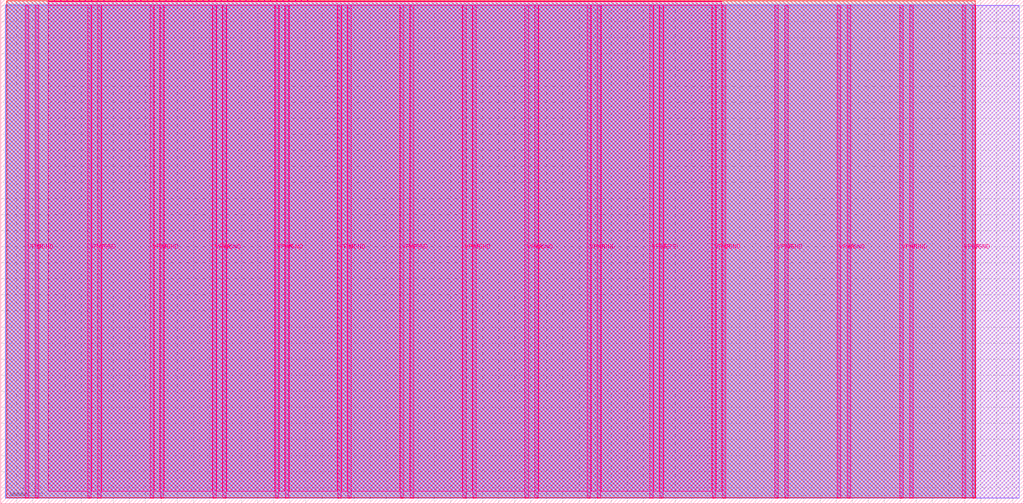
<source format=lef>
VERSION 5.7 ;
  NOWIREEXTENSIONATPIN ON ;
  DIVIDERCHAR "/" ;
  BUSBITCHARS "[]" ;
MACRO tt_um_schoeberl_wildcat
  CLASS BLOCK ;
  FOREIGN tt_um_schoeberl_wildcat ;
  ORIGIN 0.000 0.000 ;
  SIZE 636.960 BY 313.740 ;
  PIN VGND
    DIRECTION INOUT ;
    USE GROUND ;
    PORT
      LAYER Metal5 ;
        RECT 21.580 3.560 23.780 310.180 ;
    END
    PORT
      LAYER Metal5 ;
        RECT 60.450 3.560 62.650 310.180 ;
    END
    PORT
      LAYER Metal5 ;
        RECT 99.320 3.560 101.520 310.180 ;
    END
    PORT
      LAYER Metal5 ;
        RECT 138.190 3.560 140.390 310.180 ;
    END
    PORT
      LAYER Metal5 ;
        RECT 177.060 3.560 179.260 310.180 ;
    END
    PORT
      LAYER Metal5 ;
        RECT 215.930 3.560 218.130 310.180 ;
    END
    PORT
      LAYER Metal5 ;
        RECT 254.800 3.560 257.000 310.180 ;
    END
    PORT
      LAYER Metal5 ;
        RECT 293.670 3.560 295.870 310.180 ;
    END
    PORT
      LAYER Metal5 ;
        RECT 332.540 3.560 334.740 310.180 ;
    END
    PORT
      LAYER Metal5 ;
        RECT 371.410 3.560 373.610 310.180 ;
    END
    PORT
      LAYER Metal5 ;
        RECT 410.280 3.560 412.480 310.180 ;
    END
    PORT
      LAYER Metal5 ;
        RECT 449.150 3.560 451.350 310.180 ;
    END
    PORT
      LAYER Metal5 ;
        RECT 488.020 3.560 490.220 310.180 ;
    END
    PORT
      LAYER Metal5 ;
        RECT 526.890 3.560 529.090 310.180 ;
    END
    PORT
      LAYER Metal5 ;
        RECT 565.760 3.560 567.960 310.180 ;
    END
    PORT
      LAYER Metal5 ;
        RECT 604.630 3.560 606.830 310.180 ;
    END
  END VGND
  PIN VPWR
    DIRECTION INOUT ;
    USE POWER ;
    PORT
      LAYER Metal5 ;
        RECT 15.380 3.560 17.580 310.180 ;
    END
    PORT
      LAYER Metal5 ;
        RECT 54.250 3.560 56.450 310.180 ;
    END
    PORT
      LAYER Metal5 ;
        RECT 93.120 3.560 95.320 310.180 ;
    END
    PORT
      LAYER Metal5 ;
        RECT 131.990 3.560 134.190 310.180 ;
    END
    PORT
      LAYER Metal5 ;
        RECT 170.860 3.560 173.060 310.180 ;
    END
    PORT
      LAYER Metal5 ;
        RECT 209.730 3.560 211.930 310.180 ;
    END
    PORT
      LAYER Metal5 ;
        RECT 248.600 3.560 250.800 310.180 ;
    END
    PORT
      LAYER Metal5 ;
        RECT 287.470 3.560 289.670 310.180 ;
    END
    PORT
      LAYER Metal5 ;
        RECT 326.340 3.560 328.540 310.180 ;
    END
    PORT
      LAYER Metal5 ;
        RECT 365.210 3.560 367.410 310.180 ;
    END
    PORT
      LAYER Metal5 ;
        RECT 404.080 3.560 406.280 310.180 ;
    END
    PORT
      LAYER Metal5 ;
        RECT 442.950 3.560 445.150 310.180 ;
    END
    PORT
      LAYER Metal5 ;
        RECT 481.820 3.560 484.020 310.180 ;
    END
    PORT
      LAYER Metal5 ;
        RECT 520.690 3.560 522.890 310.180 ;
    END
    PORT
      LAYER Metal5 ;
        RECT 559.560 3.560 561.760 310.180 ;
    END
    PORT
      LAYER Metal5 ;
        RECT 598.430 3.560 600.630 310.180 ;
    END
  END VPWR
  PIN clk
    DIRECTION INPUT ;
    USE SIGNAL ;
    ANTENNAGATEAREA 3.255200 ;
    ANTENNADIFFAREA 10.077000 ;
    PORT
      LAYER Metal5 ;
        RECT 187.050 312.740 187.350 313.740 ;
    END
  END clk
  PIN ena
    DIRECTION INPUT ;
    USE SIGNAL ;
    PORT
      LAYER Metal5 ;
        RECT 190.890 312.740 191.190 313.740 ;
    END
  END ena
  PIN rst_n
    DIRECTION INPUT ;
    USE SIGNAL ;
    ANTENNAGATEAREA 3.863600 ;
    ANTENNADIFFAREA 12.092400 ;
    PORT
      LAYER Metal5 ;
        RECT 183.210 312.740 183.510 313.740 ;
    END
  END rst_n
  PIN ui_in[0]
    DIRECTION INPUT ;
    USE SIGNAL ;
    ANTENNAGATEAREA 0.180700 ;
    PORT
      LAYER Metal5 ;
        RECT 179.370 312.740 179.670 313.740 ;
    END
  END ui_in[0]
  PIN ui_in[1]
    DIRECTION INPUT ;
    USE SIGNAL ;
    ANTENNAGATEAREA 0.180700 ;
    PORT
      LAYER Metal5 ;
        RECT 175.530 312.740 175.830 313.740 ;
    END
  END ui_in[1]
  PIN ui_in[2]
    DIRECTION INPUT ;
    USE SIGNAL ;
    PORT
      LAYER Metal5 ;
        RECT 171.690 312.740 171.990 313.740 ;
    END
  END ui_in[2]
  PIN ui_in[3]
    DIRECTION INPUT ;
    USE SIGNAL ;
    PORT
      LAYER Metal5 ;
        RECT 167.850 312.740 168.150 313.740 ;
    END
  END ui_in[3]
  PIN ui_in[4]
    DIRECTION INPUT ;
    USE SIGNAL ;
    PORT
      LAYER Metal5 ;
        RECT 164.010 312.740 164.310 313.740 ;
    END
  END ui_in[4]
  PIN ui_in[5]
    DIRECTION INPUT ;
    USE SIGNAL ;
    PORT
      LAYER Metal5 ;
        RECT 160.170 312.740 160.470 313.740 ;
    END
  END ui_in[5]
  PIN ui_in[6]
    DIRECTION INPUT ;
    USE SIGNAL ;
    PORT
      LAYER Metal5 ;
        RECT 156.330 312.740 156.630 313.740 ;
    END
  END ui_in[6]
  PIN ui_in[7]
    DIRECTION INPUT ;
    USE SIGNAL ;
    PORT
      LAYER Metal5 ;
        RECT 152.490 312.740 152.790 313.740 ;
    END
  END ui_in[7]
  PIN uio_in[0]
    DIRECTION INPUT ;
    USE SIGNAL ;
    PORT
      LAYER Metal5 ;
        RECT 148.650 312.740 148.950 313.740 ;
    END
  END uio_in[0]
  PIN uio_in[1]
    DIRECTION INPUT ;
    USE SIGNAL ;
    PORT
      LAYER Metal5 ;
        RECT 144.810 312.740 145.110 313.740 ;
    END
  END uio_in[1]
  PIN uio_in[2]
    DIRECTION INPUT ;
    USE SIGNAL ;
    PORT
      LAYER Metal5 ;
        RECT 140.970 312.740 141.270 313.740 ;
    END
  END uio_in[2]
  PIN uio_in[3]
    DIRECTION INPUT ;
    USE SIGNAL ;
    PORT
      LAYER Metal5 ;
        RECT 137.130 312.740 137.430 313.740 ;
    END
  END uio_in[3]
  PIN uio_in[4]
    DIRECTION INPUT ;
    USE SIGNAL ;
    PORT
      LAYER Metal5 ;
        RECT 133.290 312.740 133.590 313.740 ;
    END
  END uio_in[4]
  PIN uio_in[5]
    DIRECTION INPUT ;
    USE SIGNAL ;
    PORT
      LAYER Metal5 ;
        RECT 129.450 312.740 129.750 313.740 ;
    END
  END uio_in[5]
  PIN uio_in[6]
    DIRECTION INPUT ;
    USE SIGNAL ;
    PORT
      LAYER Metal5 ;
        RECT 125.610 312.740 125.910 313.740 ;
    END
  END uio_in[6]
  PIN uio_in[7]
    DIRECTION INPUT ;
    USE SIGNAL ;
    PORT
      LAYER Metal5 ;
        RECT 121.770 312.740 122.070 313.740 ;
    END
  END uio_in[7]
  PIN uio_oe[0]
    DIRECTION OUTPUT ;
    USE SIGNAL ;
    ANTENNADIFFAREA 0.299200 ;
    PORT
      LAYER Metal5 ;
        RECT 56.490 312.740 56.790 313.740 ;
    END
  END uio_oe[0]
  PIN uio_oe[1]
    DIRECTION OUTPUT ;
    USE SIGNAL ;
    ANTENNADIFFAREA 0.299200 ;
    PORT
      LAYER Metal5 ;
        RECT 52.650 312.740 52.950 313.740 ;
    END
  END uio_oe[1]
  PIN uio_oe[2]
    DIRECTION OUTPUT ;
    USE SIGNAL ;
    ANTENNADIFFAREA 0.299200 ;
    PORT
      LAYER Metal5 ;
        RECT 48.810 312.740 49.110 313.740 ;
    END
  END uio_oe[2]
  PIN uio_oe[3]
    DIRECTION OUTPUT ;
    USE SIGNAL ;
    ANTENNADIFFAREA 0.299200 ;
    PORT
      LAYER Metal5 ;
        RECT 44.970 312.740 45.270 313.740 ;
    END
  END uio_oe[3]
  PIN uio_oe[4]
    DIRECTION OUTPUT ;
    USE SIGNAL ;
    ANTENNADIFFAREA 0.299200 ;
    PORT
      LAYER Metal5 ;
        RECT 41.130 312.740 41.430 313.740 ;
    END
  END uio_oe[4]
  PIN uio_oe[5]
    DIRECTION OUTPUT ;
    USE SIGNAL ;
    ANTENNADIFFAREA 0.299200 ;
    PORT
      LAYER Metal5 ;
        RECT 37.290 312.740 37.590 313.740 ;
    END
  END uio_oe[5]
  PIN uio_oe[6]
    DIRECTION OUTPUT ;
    USE SIGNAL ;
    ANTENNADIFFAREA 0.299200 ;
    PORT
      LAYER Metal5 ;
        RECT 33.450 312.740 33.750 313.740 ;
    END
  END uio_oe[6]
  PIN uio_oe[7]
    DIRECTION OUTPUT ;
    USE SIGNAL ;
    ANTENNADIFFAREA 0.299200 ;
    PORT
      LAYER Metal5 ;
        RECT 29.610 312.740 29.910 313.740 ;
    END
  END uio_oe[7]
  PIN uio_out[0]
    DIRECTION OUTPUT ;
    USE SIGNAL ;
    ANTENNADIFFAREA 0.299200 ;
    PORT
      LAYER Metal5 ;
        RECT 87.210 312.740 87.510 313.740 ;
    END
  END uio_out[0]
  PIN uio_out[1]
    DIRECTION OUTPUT ;
    USE SIGNAL ;
    ANTENNADIFFAREA 0.299200 ;
    PORT
      LAYER Metal5 ;
        RECT 83.370 312.740 83.670 313.740 ;
    END
  END uio_out[1]
  PIN uio_out[2]
    DIRECTION OUTPUT ;
    USE SIGNAL ;
    ANTENNADIFFAREA 0.299200 ;
    PORT
      LAYER Metal5 ;
        RECT 79.530 312.740 79.830 313.740 ;
    END
  END uio_out[2]
  PIN uio_out[3]
    DIRECTION OUTPUT ;
    USE SIGNAL ;
    ANTENNADIFFAREA 0.299200 ;
    PORT
      LAYER Metal5 ;
        RECT 75.690 312.740 75.990 313.740 ;
    END
  END uio_out[3]
  PIN uio_out[4]
    DIRECTION OUTPUT ;
    USE SIGNAL ;
    ANTENNADIFFAREA 0.299200 ;
    PORT
      LAYER Metal5 ;
        RECT 71.850 312.740 72.150 313.740 ;
    END
  END uio_out[4]
  PIN uio_out[5]
    DIRECTION OUTPUT ;
    USE SIGNAL ;
    ANTENNADIFFAREA 0.299200 ;
    PORT
      LAYER Metal5 ;
        RECT 68.010 312.740 68.310 313.740 ;
    END
  END uio_out[5]
  PIN uio_out[6]
    DIRECTION OUTPUT ;
    USE SIGNAL ;
    ANTENNADIFFAREA 0.299200 ;
    PORT
      LAYER Metal5 ;
        RECT 64.170 312.740 64.470 313.740 ;
    END
  END uio_out[6]
  PIN uio_out[7]
    DIRECTION OUTPUT ;
    USE SIGNAL ;
    ANTENNADIFFAREA 0.299200 ;
    PORT
      LAYER Metal5 ;
        RECT 60.330 312.740 60.630 313.740 ;
    END
  END uio_out[7]
  PIN uo_out[0]
    DIRECTION OUTPUT ;
    USE SIGNAL ;
    ANTENNADIFFAREA 0.677200 ;
    PORT
      LAYER Metal5 ;
        RECT 117.930 312.740 118.230 313.740 ;
    END
  END uo_out[0]
  PIN uo_out[1]
    DIRECTION OUTPUT ;
    USE SIGNAL ;
    ANTENNADIFFAREA 0.677200 ;
    PORT
      LAYER Metal5 ;
        RECT 114.090 312.740 114.390 313.740 ;
    END
  END uo_out[1]
  PIN uo_out[2]
    DIRECTION OUTPUT ;
    USE SIGNAL ;
    ANTENNADIFFAREA 0.662000 ;
    PORT
      LAYER Metal5 ;
        RECT 110.250 312.740 110.550 313.740 ;
    END
  END uo_out[2]
  PIN uo_out[3]
    DIRECTION OUTPUT ;
    USE SIGNAL ;
    ANTENNADIFFAREA 0.733200 ;
    PORT
      LAYER Metal5 ;
        RECT 106.410 312.740 106.710 313.740 ;
    END
  END uo_out[3]
  PIN uo_out[4]
    DIRECTION OUTPUT ;
    USE SIGNAL ;
    ANTENNADIFFAREA 0.677200 ;
    PORT
      LAYER Metal5 ;
        RECT 102.570 312.740 102.870 313.740 ;
    END
  END uo_out[4]
  PIN uo_out[5]
    DIRECTION OUTPUT ;
    USE SIGNAL ;
    ANTENNADIFFAREA 0.677200 ;
    PORT
      LAYER Metal5 ;
        RECT 98.730 312.740 99.030 313.740 ;
    END
  END uo_out[5]
  PIN uo_out[6]
    DIRECTION OUTPUT ;
    USE SIGNAL ;
    ANTENNADIFFAREA 0.677200 ;
    PORT
      LAYER Metal5 ;
        RECT 94.890 312.740 95.190 313.740 ;
    END
  END uo_out[6]
  PIN uo_out[7]
    DIRECTION OUTPUT ;
    USE SIGNAL ;
    ANTENNADIFFAREA 0.654800 ;
    PORT
      LAYER Metal5 ;
        RECT 91.050 312.740 91.350 313.740 ;
    END
  END uo_out[7]
  OBS
      LAYER GatPoly ;
        RECT 2.880 3.630 634.080 310.110 ;
      LAYER Metal1 ;
        RECT 2.880 3.560 634.080 310.180 ;
      LAYER Metal2 ;
        RECT 3.215 3.680 606.695 310.900 ;
      LAYER Metal3 ;
        RECT 3.740 3.635 606.650 313.045 ;
      LAYER Metal4 ;
        RECT 3.695 3.680 606.695 313.000 ;
      LAYER Metal5 ;
        RECT 30.120 312.530 33.240 312.740 ;
        RECT 33.960 312.530 37.080 312.740 ;
        RECT 37.800 312.530 40.920 312.740 ;
        RECT 41.640 312.530 44.760 312.740 ;
        RECT 45.480 312.530 48.600 312.740 ;
        RECT 49.320 312.530 52.440 312.740 ;
        RECT 53.160 312.530 56.280 312.740 ;
        RECT 57.000 312.530 60.120 312.740 ;
        RECT 60.840 312.530 63.960 312.740 ;
        RECT 64.680 312.530 67.800 312.740 ;
        RECT 68.520 312.530 71.640 312.740 ;
        RECT 72.360 312.530 75.480 312.740 ;
        RECT 76.200 312.530 79.320 312.740 ;
        RECT 80.040 312.530 83.160 312.740 ;
        RECT 83.880 312.530 87.000 312.740 ;
        RECT 87.720 312.530 90.840 312.740 ;
        RECT 91.560 312.530 94.680 312.740 ;
        RECT 95.400 312.530 98.520 312.740 ;
        RECT 99.240 312.530 102.360 312.740 ;
        RECT 103.080 312.530 106.200 312.740 ;
        RECT 106.920 312.530 110.040 312.740 ;
        RECT 110.760 312.530 113.880 312.740 ;
        RECT 114.600 312.530 117.720 312.740 ;
        RECT 118.440 312.530 121.560 312.740 ;
        RECT 122.280 312.530 125.400 312.740 ;
        RECT 126.120 312.530 129.240 312.740 ;
        RECT 129.960 312.530 133.080 312.740 ;
        RECT 133.800 312.530 136.920 312.740 ;
        RECT 137.640 312.530 140.760 312.740 ;
        RECT 141.480 312.530 144.600 312.740 ;
        RECT 145.320 312.530 148.440 312.740 ;
        RECT 149.160 312.530 152.280 312.740 ;
        RECT 153.000 312.530 156.120 312.740 ;
        RECT 156.840 312.530 159.960 312.740 ;
        RECT 160.680 312.530 163.800 312.740 ;
        RECT 164.520 312.530 167.640 312.740 ;
        RECT 168.360 312.530 171.480 312.740 ;
        RECT 172.200 312.530 175.320 312.740 ;
        RECT 176.040 312.530 179.160 312.740 ;
        RECT 179.880 312.530 183.000 312.740 ;
        RECT 183.720 312.530 186.840 312.740 ;
        RECT 187.560 312.530 190.680 312.740 ;
        RECT 191.400 312.530 448.900 312.740 ;
        RECT 29.660 310.390 448.900 312.530 ;
        RECT 29.660 7.835 54.040 310.390 ;
        RECT 56.660 7.835 60.240 310.390 ;
        RECT 62.860 7.835 92.910 310.390 ;
        RECT 95.530 7.835 99.110 310.390 ;
        RECT 101.730 7.835 131.780 310.390 ;
        RECT 134.400 7.835 137.980 310.390 ;
        RECT 140.600 7.835 170.650 310.390 ;
        RECT 173.270 7.835 176.850 310.390 ;
        RECT 179.470 7.835 209.520 310.390 ;
        RECT 212.140 7.835 215.720 310.390 ;
        RECT 218.340 7.835 248.390 310.390 ;
        RECT 251.010 7.835 254.590 310.390 ;
        RECT 257.210 7.835 287.260 310.390 ;
        RECT 289.880 7.835 293.460 310.390 ;
        RECT 296.080 7.835 326.130 310.390 ;
        RECT 328.750 7.835 332.330 310.390 ;
        RECT 334.950 7.835 365.000 310.390 ;
        RECT 367.620 7.835 371.200 310.390 ;
        RECT 373.820 7.835 403.870 310.390 ;
        RECT 406.490 7.835 410.070 310.390 ;
        RECT 412.690 7.835 442.740 310.390 ;
        RECT 445.360 7.835 448.900 310.390 ;
  END
END tt_um_schoeberl_wildcat
END LIBRARY


</source>
